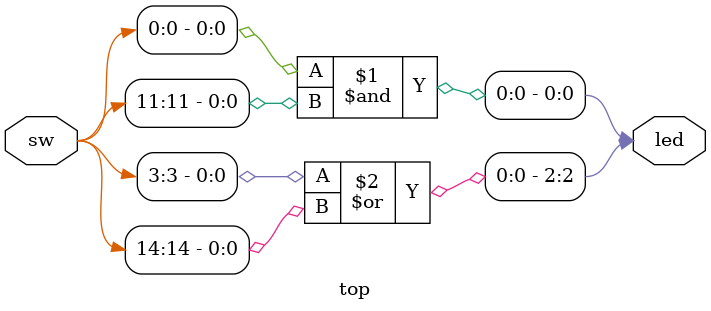
<source format=v>
module top(
    input [15:0] sw,
    output [15:0] led
);
//    integer i;
//    always @(*) begin
//        for(i = 0; i < 15; i = i + 1) begin
//           led [i] = sw [i];
//        end
//    end
    
    

    // Enter your equation here
    assign led[0] = sw[0]& sw[11];
    assign led[2] = sw[3] | sw[14]; 
  

endmodule

</source>
